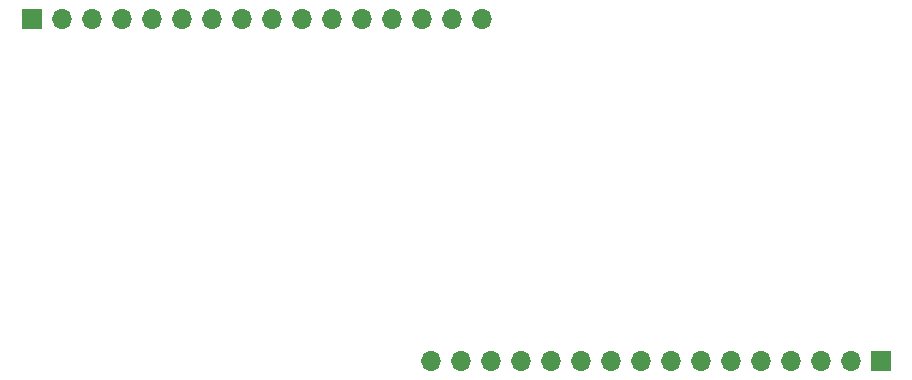
<source format=gbr>
%TF.GenerationSoftware,KiCad,Pcbnew,(5.1.10-1-10_14)*%
%TF.CreationDate,2021-10-28T13:44:03-04:00*%
%TF.ProjectId,ALU-Adder,414c552d-4164-4646-9572-2e6b69636164,rev?*%
%TF.SameCoordinates,Original*%
%TF.FileFunction,Soldermask,Bot*%
%TF.FilePolarity,Negative*%
%FSLAX46Y46*%
G04 Gerber Fmt 4.6, Leading zero omitted, Abs format (unit mm)*
G04 Created by KiCad (PCBNEW (5.1.10-1-10_14)) date 2021-10-28 13:44:03*
%MOMM*%
%LPD*%
G01*
G04 APERTURE LIST*
%ADD10O,1.700000X1.700000*%
%ADD11R,1.700000X1.700000*%
G04 APERTURE END LIST*
D10*
%TO.C,J2*%
X146304000Y-106426000D03*
X148844000Y-106426000D03*
X151384000Y-106426000D03*
X153924000Y-106426000D03*
X156464000Y-106426000D03*
X159004000Y-106426000D03*
X161544000Y-106426000D03*
X164084000Y-106426000D03*
X166624000Y-106426000D03*
X169164000Y-106426000D03*
X171704000Y-106426000D03*
X174244000Y-106426000D03*
X176784000Y-106426000D03*
X179324000Y-106426000D03*
X181864000Y-106426000D03*
D11*
X184404000Y-106426000D03*
%TD*%
D10*
%TO.C,J1*%
X150622000Y-77470000D03*
X148082000Y-77470000D03*
X145542000Y-77470000D03*
X143002000Y-77470000D03*
X140462000Y-77470000D03*
X137922000Y-77470000D03*
X135382000Y-77470000D03*
X132842000Y-77470000D03*
X130302000Y-77470000D03*
X127762000Y-77470000D03*
X125222000Y-77470000D03*
X122682000Y-77470000D03*
X120142000Y-77470000D03*
X117602000Y-77470000D03*
X115062000Y-77470000D03*
D11*
X112522000Y-77470000D03*
%TD*%
M02*

</source>
